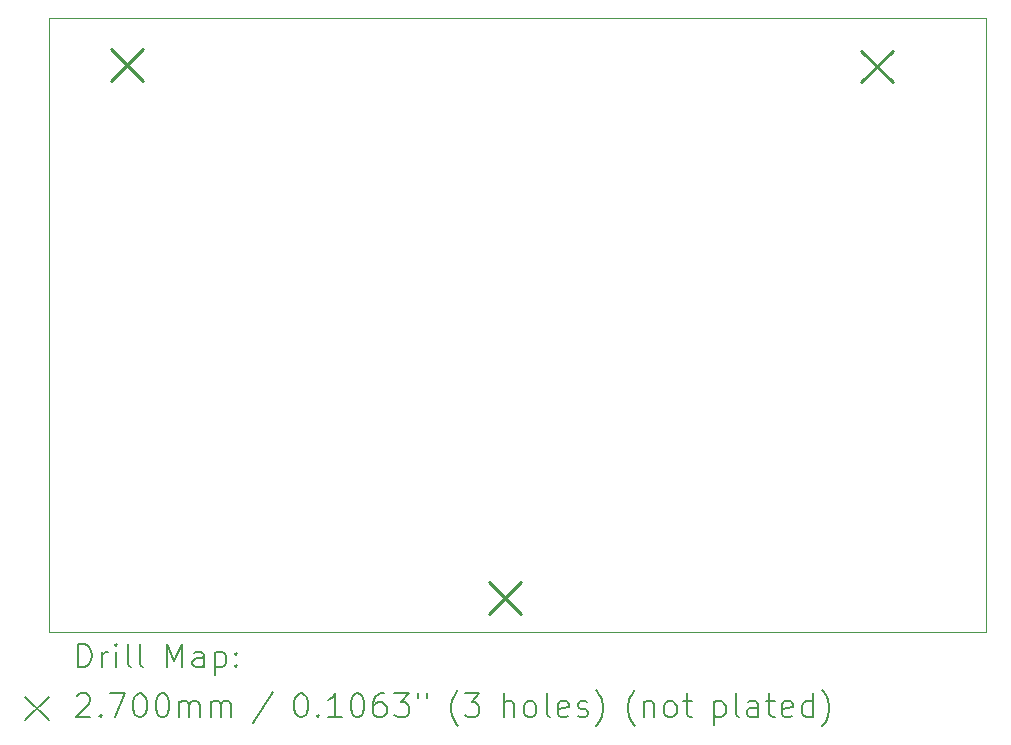
<source format=gbr>
%TF.GenerationSoftware,KiCad,Pcbnew,7.0.0-rc1-unknown-00d77f624a~164~ubuntu22.04.1*%
%TF.CreationDate,2023-01-15T10:56:28+01:00*%
%TF.ProjectId,lora-nano,6c6f7261-2d6e-4616-9e6f-2e6b69636164,rev?*%
%TF.SameCoordinates,Original*%
%TF.FileFunction,Drillmap*%
%TF.FilePolarity,Positive*%
%FSLAX45Y45*%
G04 Gerber Fmt 4.5, Leading zero omitted, Abs format (unit mm)*
G04 Created by KiCad (PCBNEW 7.0.0-rc1-unknown-00d77f624a~164~ubuntu22.04.1) date 2023-01-15 10:56:28*
%MOMM*%
%LPD*%
G01*
G04 APERTURE LIST*
%ADD10C,0.100000*%
%ADD11C,0.200000*%
%ADD12C,0.270000*%
G04 APERTURE END LIST*
D10*
X10970000Y-7330000D02*
X18900000Y-7330000D01*
X18900000Y-7330000D02*
X18900000Y-12530000D01*
X18900000Y-12530000D02*
X10970000Y-12530000D01*
X10970000Y-12530000D02*
X10970000Y-7330000D01*
D11*
D12*
X11495000Y-7595000D02*
X11765000Y-7865000D01*
X11765000Y-7595000D02*
X11495000Y-7865000D01*
X14695000Y-12105000D02*
X14965000Y-12375000D01*
X14965000Y-12105000D02*
X14695000Y-12375000D01*
X17845000Y-7605000D02*
X18115000Y-7875000D01*
X18115000Y-7605000D02*
X17845000Y-7875000D01*
D11*
X11212619Y-12828476D02*
X11212619Y-12628476D01*
X11212619Y-12628476D02*
X11260238Y-12628476D01*
X11260238Y-12628476D02*
X11288809Y-12638000D01*
X11288809Y-12638000D02*
X11307857Y-12657048D01*
X11307857Y-12657048D02*
X11317381Y-12676095D01*
X11317381Y-12676095D02*
X11326905Y-12714190D01*
X11326905Y-12714190D02*
X11326905Y-12742762D01*
X11326905Y-12742762D02*
X11317381Y-12780857D01*
X11317381Y-12780857D02*
X11307857Y-12799905D01*
X11307857Y-12799905D02*
X11288809Y-12818952D01*
X11288809Y-12818952D02*
X11260238Y-12828476D01*
X11260238Y-12828476D02*
X11212619Y-12828476D01*
X11412619Y-12828476D02*
X11412619Y-12695143D01*
X11412619Y-12733238D02*
X11422143Y-12714190D01*
X11422143Y-12714190D02*
X11431667Y-12704667D01*
X11431667Y-12704667D02*
X11450714Y-12695143D01*
X11450714Y-12695143D02*
X11469762Y-12695143D01*
X11536428Y-12828476D02*
X11536428Y-12695143D01*
X11536428Y-12628476D02*
X11526905Y-12638000D01*
X11526905Y-12638000D02*
X11536428Y-12647524D01*
X11536428Y-12647524D02*
X11545952Y-12638000D01*
X11545952Y-12638000D02*
X11536428Y-12628476D01*
X11536428Y-12628476D02*
X11536428Y-12647524D01*
X11660238Y-12828476D02*
X11641190Y-12818952D01*
X11641190Y-12818952D02*
X11631667Y-12799905D01*
X11631667Y-12799905D02*
X11631667Y-12628476D01*
X11765000Y-12828476D02*
X11745952Y-12818952D01*
X11745952Y-12818952D02*
X11736428Y-12799905D01*
X11736428Y-12799905D02*
X11736428Y-12628476D01*
X11961190Y-12828476D02*
X11961190Y-12628476D01*
X11961190Y-12628476D02*
X12027857Y-12771333D01*
X12027857Y-12771333D02*
X12094524Y-12628476D01*
X12094524Y-12628476D02*
X12094524Y-12828476D01*
X12275476Y-12828476D02*
X12275476Y-12723714D01*
X12275476Y-12723714D02*
X12265952Y-12704667D01*
X12265952Y-12704667D02*
X12246905Y-12695143D01*
X12246905Y-12695143D02*
X12208809Y-12695143D01*
X12208809Y-12695143D02*
X12189762Y-12704667D01*
X12275476Y-12818952D02*
X12256428Y-12828476D01*
X12256428Y-12828476D02*
X12208809Y-12828476D01*
X12208809Y-12828476D02*
X12189762Y-12818952D01*
X12189762Y-12818952D02*
X12180238Y-12799905D01*
X12180238Y-12799905D02*
X12180238Y-12780857D01*
X12180238Y-12780857D02*
X12189762Y-12761809D01*
X12189762Y-12761809D02*
X12208809Y-12752286D01*
X12208809Y-12752286D02*
X12256428Y-12752286D01*
X12256428Y-12752286D02*
X12275476Y-12742762D01*
X12370714Y-12695143D02*
X12370714Y-12895143D01*
X12370714Y-12704667D02*
X12389762Y-12695143D01*
X12389762Y-12695143D02*
X12427857Y-12695143D01*
X12427857Y-12695143D02*
X12446905Y-12704667D01*
X12446905Y-12704667D02*
X12456428Y-12714190D01*
X12456428Y-12714190D02*
X12465952Y-12733238D01*
X12465952Y-12733238D02*
X12465952Y-12790381D01*
X12465952Y-12790381D02*
X12456428Y-12809428D01*
X12456428Y-12809428D02*
X12446905Y-12818952D01*
X12446905Y-12818952D02*
X12427857Y-12828476D01*
X12427857Y-12828476D02*
X12389762Y-12828476D01*
X12389762Y-12828476D02*
X12370714Y-12818952D01*
X12551667Y-12809428D02*
X12561190Y-12818952D01*
X12561190Y-12818952D02*
X12551667Y-12828476D01*
X12551667Y-12828476D02*
X12542143Y-12818952D01*
X12542143Y-12818952D02*
X12551667Y-12809428D01*
X12551667Y-12809428D02*
X12551667Y-12828476D01*
X12551667Y-12704667D02*
X12561190Y-12714190D01*
X12561190Y-12714190D02*
X12551667Y-12723714D01*
X12551667Y-12723714D02*
X12542143Y-12714190D01*
X12542143Y-12714190D02*
X12551667Y-12704667D01*
X12551667Y-12704667D02*
X12551667Y-12723714D01*
X10765000Y-13075000D02*
X10965000Y-13275000D01*
X10965000Y-13075000D02*
X10765000Y-13275000D01*
X11203095Y-13067524D02*
X11212619Y-13058000D01*
X11212619Y-13058000D02*
X11231667Y-13048476D01*
X11231667Y-13048476D02*
X11279286Y-13048476D01*
X11279286Y-13048476D02*
X11298333Y-13058000D01*
X11298333Y-13058000D02*
X11307857Y-13067524D01*
X11307857Y-13067524D02*
X11317381Y-13086571D01*
X11317381Y-13086571D02*
X11317381Y-13105619D01*
X11317381Y-13105619D02*
X11307857Y-13134190D01*
X11307857Y-13134190D02*
X11193571Y-13248476D01*
X11193571Y-13248476D02*
X11317381Y-13248476D01*
X11403095Y-13229428D02*
X11412619Y-13238952D01*
X11412619Y-13238952D02*
X11403095Y-13248476D01*
X11403095Y-13248476D02*
X11393571Y-13238952D01*
X11393571Y-13238952D02*
X11403095Y-13229428D01*
X11403095Y-13229428D02*
X11403095Y-13248476D01*
X11479286Y-13048476D02*
X11612619Y-13048476D01*
X11612619Y-13048476D02*
X11526905Y-13248476D01*
X11726905Y-13048476D02*
X11745952Y-13048476D01*
X11745952Y-13048476D02*
X11765000Y-13058000D01*
X11765000Y-13058000D02*
X11774524Y-13067524D01*
X11774524Y-13067524D02*
X11784048Y-13086571D01*
X11784048Y-13086571D02*
X11793571Y-13124667D01*
X11793571Y-13124667D02*
X11793571Y-13172286D01*
X11793571Y-13172286D02*
X11784048Y-13210381D01*
X11784048Y-13210381D02*
X11774524Y-13229428D01*
X11774524Y-13229428D02*
X11765000Y-13238952D01*
X11765000Y-13238952D02*
X11745952Y-13248476D01*
X11745952Y-13248476D02*
X11726905Y-13248476D01*
X11726905Y-13248476D02*
X11707857Y-13238952D01*
X11707857Y-13238952D02*
X11698333Y-13229428D01*
X11698333Y-13229428D02*
X11688809Y-13210381D01*
X11688809Y-13210381D02*
X11679286Y-13172286D01*
X11679286Y-13172286D02*
X11679286Y-13124667D01*
X11679286Y-13124667D02*
X11688809Y-13086571D01*
X11688809Y-13086571D02*
X11698333Y-13067524D01*
X11698333Y-13067524D02*
X11707857Y-13058000D01*
X11707857Y-13058000D02*
X11726905Y-13048476D01*
X11917381Y-13048476D02*
X11936429Y-13048476D01*
X11936429Y-13048476D02*
X11955476Y-13058000D01*
X11955476Y-13058000D02*
X11965000Y-13067524D01*
X11965000Y-13067524D02*
X11974524Y-13086571D01*
X11974524Y-13086571D02*
X11984048Y-13124667D01*
X11984048Y-13124667D02*
X11984048Y-13172286D01*
X11984048Y-13172286D02*
X11974524Y-13210381D01*
X11974524Y-13210381D02*
X11965000Y-13229428D01*
X11965000Y-13229428D02*
X11955476Y-13238952D01*
X11955476Y-13238952D02*
X11936429Y-13248476D01*
X11936429Y-13248476D02*
X11917381Y-13248476D01*
X11917381Y-13248476D02*
X11898333Y-13238952D01*
X11898333Y-13238952D02*
X11888809Y-13229428D01*
X11888809Y-13229428D02*
X11879286Y-13210381D01*
X11879286Y-13210381D02*
X11869762Y-13172286D01*
X11869762Y-13172286D02*
X11869762Y-13124667D01*
X11869762Y-13124667D02*
X11879286Y-13086571D01*
X11879286Y-13086571D02*
X11888809Y-13067524D01*
X11888809Y-13067524D02*
X11898333Y-13058000D01*
X11898333Y-13058000D02*
X11917381Y-13048476D01*
X12069762Y-13248476D02*
X12069762Y-13115143D01*
X12069762Y-13134190D02*
X12079286Y-13124667D01*
X12079286Y-13124667D02*
X12098333Y-13115143D01*
X12098333Y-13115143D02*
X12126905Y-13115143D01*
X12126905Y-13115143D02*
X12145952Y-13124667D01*
X12145952Y-13124667D02*
X12155476Y-13143714D01*
X12155476Y-13143714D02*
X12155476Y-13248476D01*
X12155476Y-13143714D02*
X12165000Y-13124667D01*
X12165000Y-13124667D02*
X12184048Y-13115143D01*
X12184048Y-13115143D02*
X12212619Y-13115143D01*
X12212619Y-13115143D02*
X12231667Y-13124667D01*
X12231667Y-13124667D02*
X12241190Y-13143714D01*
X12241190Y-13143714D02*
X12241190Y-13248476D01*
X12336429Y-13248476D02*
X12336429Y-13115143D01*
X12336429Y-13134190D02*
X12345952Y-13124667D01*
X12345952Y-13124667D02*
X12365000Y-13115143D01*
X12365000Y-13115143D02*
X12393571Y-13115143D01*
X12393571Y-13115143D02*
X12412619Y-13124667D01*
X12412619Y-13124667D02*
X12422143Y-13143714D01*
X12422143Y-13143714D02*
X12422143Y-13248476D01*
X12422143Y-13143714D02*
X12431667Y-13124667D01*
X12431667Y-13124667D02*
X12450714Y-13115143D01*
X12450714Y-13115143D02*
X12479286Y-13115143D01*
X12479286Y-13115143D02*
X12498333Y-13124667D01*
X12498333Y-13124667D02*
X12507857Y-13143714D01*
X12507857Y-13143714D02*
X12507857Y-13248476D01*
X12865952Y-13038952D02*
X12694524Y-13296095D01*
X13090714Y-13048476D02*
X13109762Y-13048476D01*
X13109762Y-13048476D02*
X13128810Y-13058000D01*
X13128810Y-13058000D02*
X13138333Y-13067524D01*
X13138333Y-13067524D02*
X13147857Y-13086571D01*
X13147857Y-13086571D02*
X13157381Y-13124667D01*
X13157381Y-13124667D02*
X13157381Y-13172286D01*
X13157381Y-13172286D02*
X13147857Y-13210381D01*
X13147857Y-13210381D02*
X13138333Y-13229428D01*
X13138333Y-13229428D02*
X13128810Y-13238952D01*
X13128810Y-13238952D02*
X13109762Y-13248476D01*
X13109762Y-13248476D02*
X13090714Y-13248476D01*
X13090714Y-13248476D02*
X13071667Y-13238952D01*
X13071667Y-13238952D02*
X13062143Y-13229428D01*
X13062143Y-13229428D02*
X13052619Y-13210381D01*
X13052619Y-13210381D02*
X13043095Y-13172286D01*
X13043095Y-13172286D02*
X13043095Y-13124667D01*
X13043095Y-13124667D02*
X13052619Y-13086571D01*
X13052619Y-13086571D02*
X13062143Y-13067524D01*
X13062143Y-13067524D02*
X13071667Y-13058000D01*
X13071667Y-13058000D02*
X13090714Y-13048476D01*
X13243095Y-13229428D02*
X13252619Y-13238952D01*
X13252619Y-13238952D02*
X13243095Y-13248476D01*
X13243095Y-13248476D02*
X13233571Y-13238952D01*
X13233571Y-13238952D02*
X13243095Y-13229428D01*
X13243095Y-13229428D02*
X13243095Y-13248476D01*
X13443095Y-13248476D02*
X13328810Y-13248476D01*
X13385952Y-13248476D02*
X13385952Y-13048476D01*
X13385952Y-13048476D02*
X13366905Y-13077048D01*
X13366905Y-13077048D02*
X13347857Y-13096095D01*
X13347857Y-13096095D02*
X13328810Y-13105619D01*
X13566905Y-13048476D02*
X13585952Y-13048476D01*
X13585952Y-13048476D02*
X13605000Y-13058000D01*
X13605000Y-13058000D02*
X13614524Y-13067524D01*
X13614524Y-13067524D02*
X13624048Y-13086571D01*
X13624048Y-13086571D02*
X13633571Y-13124667D01*
X13633571Y-13124667D02*
X13633571Y-13172286D01*
X13633571Y-13172286D02*
X13624048Y-13210381D01*
X13624048Y-13210381D02*
X13614524Y-13229428D01*
X13614524Y-13229428D02*
X13605000Y-13238952D01*
X13605000Y-13238952D02*
X13585952Y-13248476D01*
X13585952Y-13248476D02*
X13566905Y-13248476D01*
X13566905Y-13248476D02*
X13547857Y-13238952D01*
X13547857Y-13238952D02*
X13538333Y-13229428D01*
X13538333Y-13229428D02*
X13528810Y-13210381D01*
X13528810Y-13210381D02*
X13519286Y-13172286D01*
X13519286Y-13172286D02*
X13519286Y-13124667D01*
X13519286Y-13124667D02*
X13528810Y-13086571D01*
X13528810Y-13086571D02*
X13538333Y-13067524D01*
X13538333Y-13067524D02*
X13547857Y-13058000D01*
X13547857Y-13058000D02*
X13566905Y-13048476D01*
X13805000Y-13048476D02*
X13766905Y-13048476D01*
X13766905Y-13048476D02*
X13747857Y-13058000D01*
X13747857Y-13058000D02*
X13738333Y-13067524D01*
X13738333Y-13067524D02*
X13719286Y-13096095D01*
X13719286Y-13096095D02*
X13709762Y-13134190D01*
X13709762Y-13134190D02*
X13709762Y-13210381D01*
X13709762Y-13210381D02*
X13719286Y-13229428D01*
X13719286Y-13229428D02*
X13728810Y-13238952D01*
X13728810Y-13238952D02*
X13747857Y-13248476D01*
X13747857Y-13248476D02*
X13785952Y-13248476D01*
X13785952Y-13248476D02*
X13805000Y-13238952D01*
X13805000Y-13238952D02*
X13814524Y-13229428D01*
X13814524Y-13229428D02*
X13824048Y-13210381D01*
X13824048Y-13210381D02*
X13824048Y-13162762D01*
X13824048Y-13162762D02*
X13814524Y-13143714D01*
X13814524Y-13143714D02*
X13805000Y-13134190D01*
X13805000Y-13134190D02*
X13785952Y-13124667D01*
X13785952Y-13124667D02*
X13747857Y-13124667D01*
X13747857Y-13124667D02*
X13728810Y-13134190D01*
X13728810Y-13134190D02*
X13719286Y-13143714D01*
X13719286Y-13143714D02*
X13709762Y-13162762D01*
X13890714Y-13048476D02*
X14014524Y-13048476D01*
X14014524Y-13048476D02*
X13947857Y-13124667D01*
X13947857Y-13124667D02*
X13976429Y-13124667D01*
X13976429Y-13124667D02*
X13995476Y-13134190D01*
X13995476Y-13134190D02*
X14005000Y-13143714D01*
X14005000Y-13143714D02*
X14014524Y-13162762D01*
X14014524Y-13162762D02*
X14014524Y-13210381D01*
X14014524Y-13210381D02*
X14005000Y-13229428D01*
X14005000Y-13229428D02*
X13995476Y-13238952D01*
X13995476Y-13238952D02*
X13976429Y-13248476D01*
X13976429Y-13248476D02*
X13919286Y-13248476D01*
X13919286Y-13248476D02*
X13900238Y-13238952D01*
X13900238Y-13238952D02*
X13890714Y-13229428D01*
X14090714Y-13048476D02*
X14090714Y-13086571D01*
X14166905Y-13048476D02*
X14166905Y-13086571D01*
X14429762Y-13324667D02*
X14420238Y-13315143D01*
X14420238Y-13315143D02*
X14401191Y-13286571D01*
X14401191Y-13286571D02*
X14391667Y-13267524D01*
X14391667Y-13267524D02*
X14382143Y-13238952D01*
X14382143Y-13238952D02*
X14372619Y-13191333D01*
X14372619Y-13191333D02*
X14372619Y-13153238D01*
X14372619Y-13153238D02*
X14382143Y-13105619D01*
X14382143Y-13105619D02*
X14391667Y-13077048D01*
X14391667Y-13077048D02*
X14401191Y-13058000D01*
X14401191Y-13058000D02*
X14420238Y-13029428D01*
X14420238Y-13029428D02*
X14429762Y-13019905D01*
X14486905Y-13048476D02*
X14610714Y-13048476D01*
X14610714Y-13048476D02*
X14544048Y-13124667D01*
X14544048Y-13124667D02*
X14572619Y-13124667D01*
X14572619Y-13124667D02*
X14591667Y-13134190D01*
X14591667Y-13134190D02*
X14601191Y-13143714D01*
X14601191Y-13143714D02*
X14610714Y-13162762D01*
X14610714Y-13162762D02*
X14610714Y-13210381D01*
X14610714Y-13210381D02*
X14601191Y-13229428D01*
X14601191Y-13229428D02*
X14591667Y-13238952D01*
X14591667Y-13238952D02*
X14572619Y-13248476D01*
X14572619Y-13248476D02*
X14515476Y-13248476D01*
X14515476Y-13248476D02*
X14496429Y-13238952D01*
X14496429Y-13238952D02*
X14486905Y-13229428D01*
X14816429Y-13248476D02*
X14816429Y-13048476D01*
X14902143Y-13248476D02*
X14902143Y-13143714D01*
X14902143Y-13143714D02*
X14892619Y-13124667D01*
X14892619Y-13124667D02*
X14873572Y-13115143D01*
X14873572Y-13115143D02*
X14845000Y-13115143D01*
X14845000Y-13115143D02*
X14825952Y-13124667D01*
X14825952Y-13124667D02*
X14816429Y-13134190D01*
X15025952Y-13248476D02*
X15006905Y-13238952D01*
X15006905Y-13238952D02*
X14997381Y-13229428D01*
X14997381Y-13229428D02*
X14987857Y-13210381D01*
X14987857Y-13210381D02*
X14987857Y-13153238D01*
X14987857Y-13153238D02*
X14997381Y-13134190D01*
X14997381Y-13134190D02*
X15006905Y-13124667D01*
X15006905Y-13124667D02*
X15025952Y-13115143D01*
X15025952Y-13115143D02*
X15054524Y-13115143D01*
X15054524Y-13115143D02*
X15073572Y-13124667D01*
X15073572Y-13124667D02*
X15083095Y-13134190D01*
X15083095Y-13134190D02*
X15092619Y-13153238D01*
X15092619Y-13153238D02*
X15092619Y-13210381D01*
X15092619Y-13210381D02*
X15083095Y-13229428D01*
X15083095Y-13229428D02*
X15073572Y-13238952D01*
X15073572Y-13238952D02*
X15054524Y-13248476D01*
X15054524Y-13248476D02*
X15025952Y-13248476D01*
X15206905Y-13248476D02*
X15187857Y-13238952D01*
X15187857Y-13238952D02*
X15178333Y-13219905D01*
X15178333Y-13219905D02*
X15178333Y-13048476D01*
X15359286Y-13238952D02*
X15340238Y-13248476D01*
X15340238Y-13248476D02*
X15302143Y-13248476D01*
X15302143Y-13248476D02*
X15283095Y-13238952D01*
X15283095Y-13238952D02*
X15273572Y-13219905D01*
X15273572Y-13219905D02*
X15273572Y-13143714D01*
X15273572Y-13143714D02*
X15283095Y-13124667D01*
X15283095Y-13124667D02*
X15302143Y-13115143D01*
X15302143Y-13115143D02*
X15340238Y-13115143D01*
X15340238Y-13115143D02*
X15359286Y-13124667D01*
X15359286Y-13124667D02*
X15368810Y-13143714D01*
X15368810Y-13143714D02*
X15368810Y-13162762D01*
X15368810Y-13162762D02*
X15273572Y-13181809D01*
X15445000Y-13238952D02*
X15464048Y-13248476D01*
X15464048Y-13248476D02*
X15502143Y-13248476D01*
X15502143Y-13248476D02*
X15521191Y-13238952D01*
X15521191Y-13238952D02*
X15530714Y-13219905D01*
X15530714Y-13219905D02*
X15530714Y-13210381D01*
X15530714Y-13210381D02*
X15521191Y-13191333D01*
X15521191Y-13191333D02*
X15502143Y-13181809D01*
X15502143Y-13181809D02*
X15473572Y-13181809D01*
X15473572Y-13181809D02*
X15454524Y-13172286D01*
X15454524Y-13172286D02*
X15445000Y-13153238D01*
X15445000Y-13153238D02*
X15445000Y-13143714D01*
X15445000Y-13143714D02*
X15454524Y-13124667D01*
X15454524Y-13124667D02*
X15473572Y-13115143D01*
X15473572Y-13115143D02*
X15502143Y-13115143D01*
X15502143Y-13115143D02*
X15521191Y-13124667D01*
X15597381Y-13324667D02*
X15606905Y-13315143D01*
X15606905Y-13315143D02*
X15625953Y-13286571D01*
X15625953Y-13286571D02*
X15635476Y-13267524D01*
X15635476Y-13267524D02*
X15645000Y-13238952D01*
X15645000Y-13238952D02*
X15654524Y-13191333D01*
X15654524Y-13191333D02*
X15654524Y-13153238D01*
X15654524Y-13153238D02*
X15645000Y-13105619D01*
X15645000Y-13105619D02*
X15635476Y-13077048D01*
X15635476Y-13077048D02*
X15625953Y-13058000D01*
X15625953Y-13058000D02*
X15606905Y-13029428D01*
X15606905Y-13029428D02*
X15597381Y-13019905D01*
X15926905Y-13324667D02*
X15917381Y-13315143D01*
X15917381Y-13315143D02*
X15898333Y-13286571D01*
X15898333Y-13286571D02*
X15888810Y-13267524D01*
X15888810Y-13267524D02*
X15879286Y-13238952D01*
X15879286Y-13238952D02*
X15869762Y-13191333D01*
X15869762Y-13191333D02*
X15869762Y-13153238D01*
X15869762Y-13153238D02*
X15879286Y-13105619D01*
X15879286Y-13105619D02*
X15888810Y-13077048D01*
X15888810Y-13077048D02*
X15898333Y-13058000D01*
X15898333Y-13058000D02*
X15917381Y-13029428D01*
X15917381Y-13029428D02*
X15926905Y-13019905D01*
X16003095Y-13115143D02*
X16003095Y-13248476D01*
X16003095Y-13134190D02*
X16012619Y-13124667D01*
X16012619Y-13124667D02*
X16031667Y-13115143D01*
X16031667Y-13115143D02*
X16060238Y-13115143D01*
X16060238Y-13115143D02*
X16079286Y-13124667D01*
X16079286Y-13124667D02*
X16088810Y-13143714D01*
X16088810Y-13143714D02*
X16088810Y-13248476D01*
X16212619Y-13248476D02*
X16193572Y-13238952D01*
X16193572Y-13238952D02*
X16184048Y-13229428D01*
X16184048Y-13229428D02*
X16174524Y-13210381D01*
X16174524Y-13210381D02*
X16174524Y-13153238D01*
X16174524Y-13153238D02*
X16184048Y-13134190D01*
X16184048Y-13134190D02*
X16193572Y-13124667D01*
X16193572Y-13124667D02*
X16212619Y-13115143D01*
X16212619Y-13115143D02*
X16241191Y-13115143D01*
X16241191Y-13115143D02*
X16260238Y-13124667D01*
X16260238Y-13124667D02*
X16269762Y-13134190D01*
X16269762Y-13134190D02*
X16279286Y-13153238D01*
X16279286Y-13153238D02*
X16279286Y-13210381D01*
X16279286Y-13210381D02*
X16269762Y-13229428D01*
X16269762Y-13229428D02*
X16260238Y-13238952D01*
X16260238Y-13238952D02*
X16241191Y-13248476D01*
X16241191Y-13248476D02*
X16212619Y-13248476D01*
X16336429Y-13115143D02*
X16412619Y-13115143D01*
X16365000Y-13048476D02*
X16365000Y-13219905D01*
X16365000Y-13219905D02*
X16374524Y-13238952D01*
X16374524Y-13238952D02*
X16393572Y-13248476D01*
X16393572Y-13248476D02*
X16412619Y-13248476D01*
X16599286Y-13115143D02*
X16599286Y-13315143D01*
X16599286Y-13124667D02*
X16618333Y-13115143D01*
X16618333Y-13115143D02*
X16656429Y-13115143D01*
X16656429Y-13115143D02*
X16675476Y-13124667D01*
X16675476Y-13124667D02*
X16685000Y-13134190D01*
X16685000Y-13134190D02*
X16694524Y-13153238D01*
X16694524Y-13153238D02*
X16694524Y-13210381D01*
X16694524Y-13210381D02*
X16685000Y-13229428D01*
X16685000Y-13229428D02*
X16675476Y-13238952D01*
X16675476Y-13238952D02*
X16656429Y-13248476D01*
X16656429Y-13248476D02*
X16618333Y-13248476D01*
X16618333Y-13248476D02*
X16599286Y-13238952D01*
X16808810Y-13248476D02*
X16789762Y-13238952D01*
X16789762Y-13238952D02*
X16780238Y-13219905D01*
X16780238Y-13219905D02*
X16780238Y-13048476D01*
X16970715Y-13248476D02*
X16970715Y-13143714D01*
X16970715Y-13143714D02*
X16961191Y-13124667D01*
X16961191Y-13124667D02*
X16942143Y-13115143D01*
X16942143Y-13115143D02*
X16904048Y-13115143D01*
X16904048Y-13115143D02*
X16885000Y-13124667D01*
X16970715Y-13238952D02*
X16951667Y-13248476D01*
X16951667Y-13248476D02*
X16904048Y-13248476D01*
X16904048Y-13248476D02*
X16885000Y-13238952D01*
X16885000Y-13238952D02*
X16875476Y-13219905D01*
X16875476Y-13219905D02*
X16875476Y-13200857D01*
X16875476Y-13200857D02*
X16885000Y-13181809D01*
X16885000Y-13181809D02*
X16904048Y-13172286D01*
X16904048Y-13172286D02*
X16951667Y-13172286D01*
X16951667Y-13172286D02*
X16970715Y-13162762D01*
X17037381Y-13115143D02*
X17113572Y-13115143D01*
X17065953Y-13048476D02*
X17065953Y-13219905D01*
X17065953Y-13219905D02*
X17075476Y-13238952D01*
X17075476Y-13238952D02*
X17094524Y-13248476D01*
X17094524Y-13248476D02*
X17113572Y-13248476D01*
X17256429Y-13238952D02*
X17237381Y-13248476D01*
X17237381Y-13248476D02*
X17199286Y-13248476D01*
X17199286Y-13248476D02*
X17180238Y-13238952D01*
X17180238Y-13238952D02*
X17170715Y-13219905D01*
X17170715Y-13219905D02*
X17170715Y-13143714D01*
X17170715Y-13143714D02*
X17180238Y-13124667D01*
X17180238Y-13124667D02*
X17199286Y-13115143D01*
X17199286Y-13115143D02*
X17237381Y-13115143D01*
X17237381Y-13115143D02*
X17256429Y-13124667D01*
X17256429Y-13124667D02*
X17265953Y-13143714D01*
X17265953Y-13143714D02*
X17265953Y-13162762D01*
X17265953Y-13162762D02*
X17170715Y-13181809D01*
X17437381Y-13248476D02*
X17437381Y-13048476D01*
X17437381Y-13238952D02*
X17418334Y-13248476D01*
X17418334Y-13248476D02*
X17380238Y-13248476D01*
X17380238Y-13248476D02*
X17361191Y-13238952D01*
X17361191Y-13238952D02*
X17351667Y-13229428D01*
X17351667Y-13229428D02*
X17342143Y-13210381D01*
X17342143Y-13210381D02*
X17342143Y-13153238D01*
X17342143Y-13153238D02*
X17351667Y-13134190D01*
X17351667Y-13134190D02*
X17361191Y-13124667D01*
X17361191Y-13124667D02*
X17380238Y-13115143D01*
X17380238Y-13115143D02*
X17418334Y-13115143D01*
X17418334Y-13115143D02*
X17437381Y-13124667D01*
X17513572Y-13324667D02*
X17523096Y-13315143D01*
X17523096Y-13315143D02*
X17542143Y-13286571D01*
X17542143Y-13286571D02*
X17551667Y-13267524D01*
X17551667Y-13267524D02*
X17561191Y-13238952D01*
X17561191Y-13238952D02*
X17570715Y-13191333D01*
X17570715Y-13191333D02*
X17570715Y-13153238D01*
X17570715Y-13153238D02*
X17561191Y-13105619D01*
X17561191Y-13105619D02*
X17551667Y-13077048D01*
X17551667Y-13077048D02*
X17542143Y-13058000D01*
X17542143Y-13058000D02*
X17523096Y-13029428D01*
X17523096Y-13029428D02*
X17513572Y-13019905D01*
M02*

</source>
